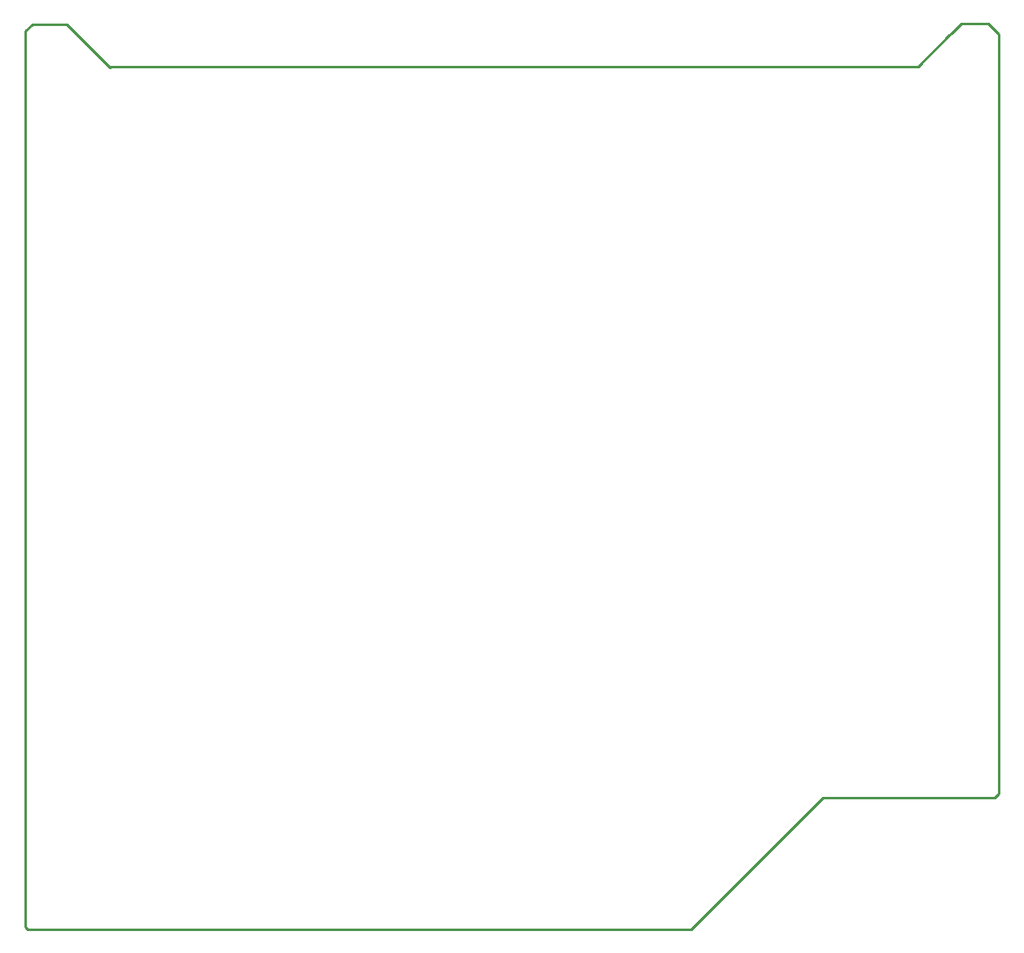
<source format=gm1>
G04 Layer_Color=16711935*
%FSLAX24Y24*%
%MOIN*%
G70*
G01*
G75*
%ADD10C,0.0100*%
G54D10*
X-6142Y22195D02*
Y36506D01*
X-18740Y7795D02*
X-13346Y13189D01*
X-23425Y7795D02*
X-18740D01*
X-45984Y7874D02*
Y42323D01*
Y7874D02*
X-45906Y7795D01*
X-23425D01*
X-6142Y13346D02*
Y22195D01*
X-6299Y13189D02*
X-6142Y13346D01*
X-13346Y13189D02*
X-6299D01*
X-6142Y36506D02*
Y43898D01*
X-45984Y42323D02*
Y44488D01*
Y44606D01*
X-45709Y44882D01*
X-44291D01*
X-43898Y44488D01*
X-6142Y43898D02*
Y44488D01*
X-6575Y44921D02*
X-6142Y44488D01*
X-7677Y44921D02*
X-6575D01*
X-8071Y44528D02*
X-7677Y44921D01*
X-8150Y44449D02*
X-8071Y44528D01*
X-43898Y44488D02*
X-42520Y43110D01*
X-9449Y43150D02*
X-8150Y44449D01*
X-42480Y43150D02*
X-9449D01*
X-42520Y43110D02*
X-42480Y43150D01*
M02*

</source>
